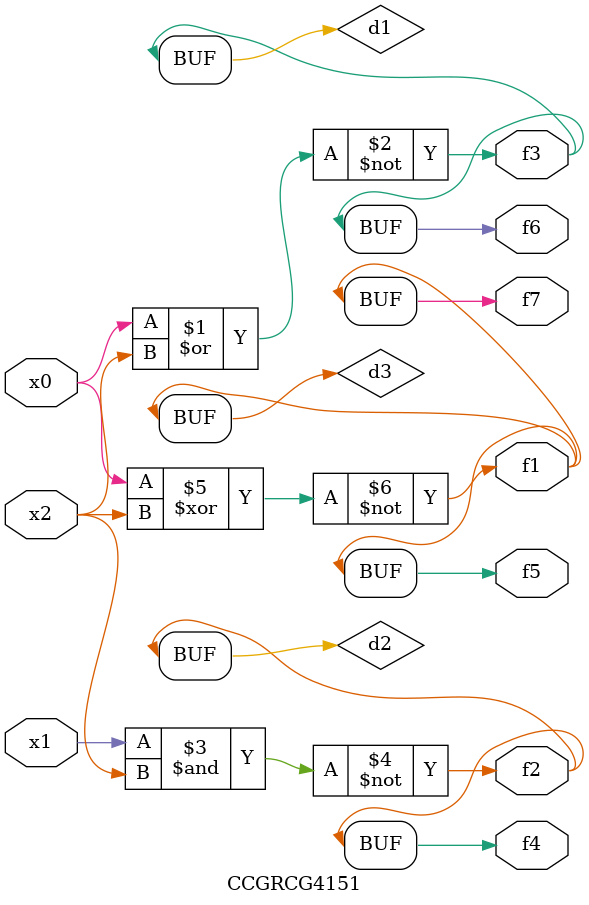
<source format=v>
module CCGRCG4151(
	input x0, x1, x2,
	output f1, f2, f3, f4, f5, f6, f7
);

	wire d1, d2, d3;

	nor (d1, x0, x2);
	nand (d2, x1, x2);
	xnor (d3, x0, x2);
	assign f1 = d3;
	assign f2 = d2;
	assign f3 = d1;
	assign f4 = d2;
	assign f5 = d3;
	assign f6 = d1;
	assign f7 = d3;
endmodule

</source>
